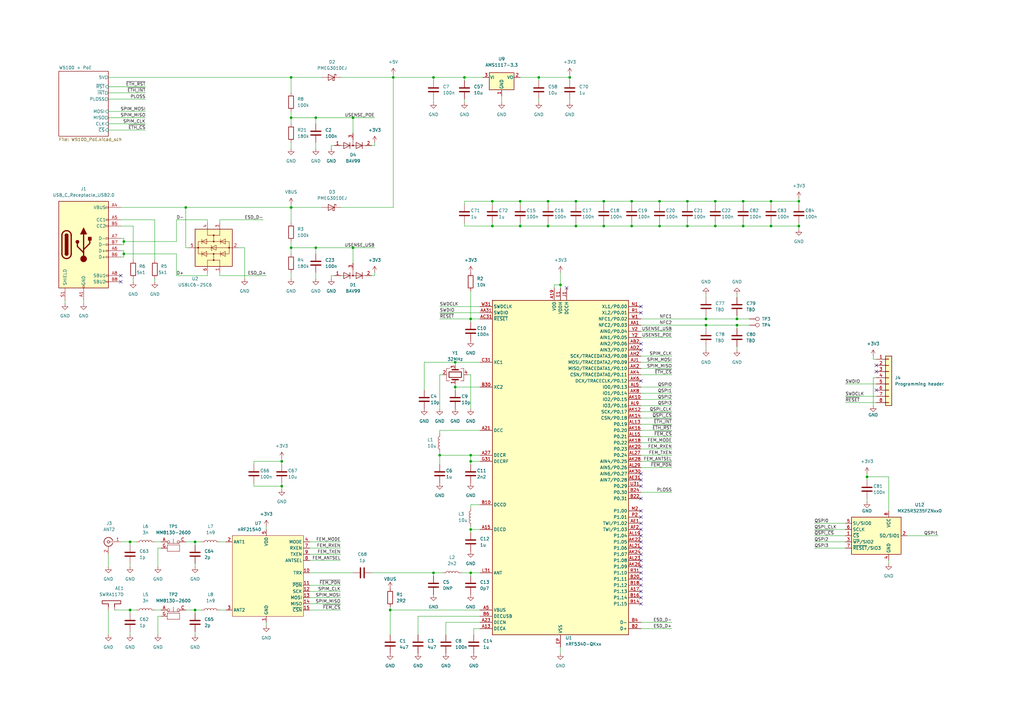
<source format=kicad_sch>
(kicad_sch (version 20211123) (generator eeschema)
  (paper "A3")
  (junction (at 327.66 92.71))
  (junction (at 193.04 234.95))
  (junction (at 53.34 250.19))
  (junction (at 213.36 92.71))
  (junction (at 177.8 31.75))
  (junction (at 119.38 85.09))
  (junction (at 236.22 92.71))
  (junction (at 270.51 82.55))
  (junction (at 50.8 99.06))
  (junction (at 80.01 222.25))
  (junction (at 115.57 189.23))
  (junction (at 193.04 130.81))
  (junction (at 304.8 82.55))
  (junction (at 236.22 82.55))
  (junction (at 53.34 222.25))
  (junction (at 327.66 82.55))
  (junction (at 224.79 92.71))
  (junction (at 50.8 104.14))
  (junction (at 233.68 31.75))
  (junction (at 193.04 217.17))
  (junction (at 259.08 82.55))
  (junction (at 160.02 250.19))
  (junction (at 144.78 101.6))
  (junction (at 129.54 101.6))
  (junction (at 76.2 85.09))
  (junction (at 281.94 82.55))
  (junction (at 144.78 48.26))
  (junction (at 119.38 31.75))
  (junction (at 247.65 82.55))
  (junction (at 302.26 133.35))
  (junction (at 220.98 31.75))
  (junction (at 186.69 148.59))
  (junction (at 193.04 189.23))
  (junction (at 119.38 48.26))
  (junction (at 247.65 92.71))
  (junction (at 259.08 92.71))
  (junction (at 115.57 199.39))
  (junction (at 186.69 158.75))
  (junction (at 302.26 130.81))
  (junction (at 289.56 130.81))
  (junction (at 316.23 82.55))
  (junction (at 355.6 195.58))
  (junction (at 180.34 186.69))
  (junction (at 293.37 82.55))
  (junction (at 80.01 250.19))
  (junction (at 229.87 116.84))
  (junction (at 201.93 82.55))
  (junction (at 213.36 82.55))
  (junction (at 119.38 101.6))
  (junction (at 316.23 92.71))
  (junction (at 190.5 31.75))
  (junction (at 129.54 48.26))
  (junction (at 224.79 82.55))
  (junction (at 304.8 92.71))
  (junction (at 161.29 31.75))
  (junction (at 270.51 92.71))
  (junction (at 289.56 133.35))
  (junction (at 201.93 92.71))
  (junction (at 281.94 92.71))
  (junction (at 293.37 92.71))
  (junction (at 177.8 234.95))
  (junction (at 193.04 186.69))
  (no_connect (at 262.89 227.33))
  (no_connect (at 262.89 199.39))
  (no_connect (at 262.89 245.11))
  (no_connect (at 262.89 212.09))
  (no_connect (at 49.53 113.03))
  (no_connect (at 262.89 194.31))
  (no_connect (at 359.41 160.02))
  (no_connect (at 262.89 128.27))
  (no_connect (at 262.89 156.21))
  (no_connect (at 49.53 115.57))
  (no_connect (at 262.89 214.63))
  (no_connect (at 262.89 217.17))
  (no_connect (at 232.41 118.11))
  (no_connect (at 262.89 125.73))
  (no_connect (at 262.89 229.87))
  (no_connect (at 262.89 196.85))
  (no_connect (at 262.89 237.49))
  (no_connect (at 359.41 152.4))
  (no_connect (at 262.89 204.47))
  (no_connect (at 262.89 224.79))
  (no_connect (at 262.89 232.41))
  (no_connect (at 262.89 234.95))
  (no_connect (at 262.89 247.65))
  (no_connect (at 262.89 209.55))
  (no_connect (at 262.89 222.25))
  (no_connect (at 359.41 149.86))
  (no_connect (at 262.89 143.51))
  (no_connect (at 262.89 219.71))
  (no_connect (at 262.89 242.57))
  (no_connect (at 262.89 240.03))
  (no_connect (at 262.89 140.97))
  (wire (pts (xy 59.69 48.26) (xy 44.45 48.26)))
  (wire (pts (xy 59.69 45.72) (xy 44.45 45.72)))
  (wire (pts (xy 127 247.65) (xy 139.7 247.65)))
  (wire (pts (xy 49.53 105.41) (xy 50.8 105.41)))
  (wire (pts (xy 50.8 104.14) (xy 50.8 105.41)))
  (wire (pts (xy 262.89 176.53) (xy 275.59 176.53)))
  (wire (pts (xy 302.26 133.35) (xy 307.34 133.35)))
  (wire (pts (xy 76.2 101.6) (xy 76.2 85.09)))
  (wire (pts (xy 259.08 82.55) (xy 259.08 83.82)))
  (wire (pts (xy 49.53 222.25) (xy 53.34 222.25)))
  (wire (pts (xy 262.89 181.61) (xy 275.59 181.61)))
  (wire (pts (xy 190.5 31.75) (xy 198.12 31.75)))
  (wire (pts (xy 119.38 111.76) (xy 119.38 114.3)))
  (wire (pts (xy 50.8 102.87) (xy 50.8 104.14)))
  (wire (pts (xy 201.93 92.71) (xy 213.36 92.71)))
  (wire (pts (xy 346.71 165.1) (xy 359.41 165.1)))
  (wire (pts (xy 53.34 231.14) (xy 53.34 232.41)))
  (wire (pts (xy 72.39 99.06) (xy 50.8 99.06)))
  (wire (pts (xy 152.4 234.95) (xy 177.8 234.95)))
  (wire (pts (xy 293.37 92.71) (xy 293.37 91.44)))
  (wire (pts (xy 173.99 148.59) (xy 186.69 148.59)))
  (wire (pts (xy 334.01 224.79) (xy 346.71 224.79)))
  (wire (pts (xy 193.04 234.95) (xy 196.85 234.95)))
  (wire (pts (xy 262.89 186.69) (xy 275.59 186.69)))
  (wire (pts (xy 180.34 125.73) (xy 196.85 125.73)))
  (wire (pts (xy 355.6 204.47) (xy 355.6 205.74)))
  (wire (pts (xy 355.6 194.31) (xy 355.6 195.58)))
  (wire (pts (xy 90.17 91.44) (xy 90.17 90.17)))
  (wire (pts (xy 281.94 82.55) (xy 281.94 83.82)))
  (wire (pts (xy 259.08 92.71) (xy 270.51 92.71)))
  (wire (pts (xy 364.49 195.58) (xy 364.49 209.55)))
  (wire (pts (xy 26.67 123.19) (xy 26.67 124.46)))
  (wire (pts (xy 359.41 154.94) (xy 358.14 154.94)))
  (wire (pts (xy 359.41 147.32) (xy 358.14 147.32)))
  (wire (pts (xy 190.5 82.55) (xy 201.93 82.55)))
  (wire (pts (xy 220.98 31.75) (xy 233.68 31.75)))
  (wire (pts (xy 119.38 31.75) (xy 44.45 31.75)))
  (wire (pts (xy 129.54 104.14) (xy 129.54 101.6)))
  (wire (pts (xy 160.02 248.92) (xy 160.02 250.19)))
  (wire (pts (xy 358.14 147.32) (xy 358.14 146.05)))
  (wire (pts (xy 302.26 130.81) (xy 307.34 130.81)))
  (wire (pts (xy 334.01 214.63) (xy 346.71 214.63)))
  (wire (pts (xy 316.23 91.44) (xy 316.23 92.71)))
  (wire (pts (xy 193.04 189.23) (xy 196.85 189.23)))
  (wire (pts (xy 227.33 116.84) (xy 229.87 116.84)))
  (wire (pts (xy 153.67 101.6) (xy 144.78 101.6)))
  (wire (pts (xy 262.89 130.81) (xy 289.56 130.81)))
  (wire (pts (xy 346.71 162.56) (xy 359.41 162.56)))
  (wire (pts (xy 236.22 92.71) (xy 247.65 92.71)))
  (wire (pts (xy 316.23 92.71) (xy 304.8 92.71)))
  (wire (pts (xy 193.04 217.17) (xy 193.04 218.44)))
  (wire (pts (xy 80.01 250.19) (xy 80.01 251.46)))
  (wire (pts (xy 153.67 58.42) (xy 153.67 59.69)))
  (wire (pts (xy 127 224.79) (xy 139.7 224.79)))
  (wire (pts (xy 262.89 148.59) (xy 275.59 148.59)))
  (wire (pts (xy 190.5 92.71) (xy 201.93 92.71)))
  (wire (pts (xy 293.37 82.55) (xy 304.8 82.55)))
  (wire (pts (xy 275.59 158.75) (xy 262.89 158.75)))
  (wire (pts (xy 104.14 189.23) (xy 104.14 190.5)))
  (wire (pts (xy 193.04 186.69) (xy 193.04 189.23)))
  (wire (pts (xy 196.85 186.69) (xy 193.04 186.69)))
  (wire (pts (xy 233.68 33.02) (xy 233.68 31.75)))
  (wire (pts (xy 129.54 111.76) (xy 129.54 114.3)))
  (wire (pts (xy 355.6 195.58) (xy 364.49 195.58)))
  (wire (pts (xy 54.61 92.71) (xy 49.53 92.71)))
  (wire (pts (xy 119.38 58.42) (xy 119.38 60.96)))
  (wire (pts (xy 161.29 31.75) (xy 161.29 85.09)))
  (wire (pts (xy 262.89 173.99) (xy 275.59 173.99)))
  (wire (pts (xy 115.57 199.39) (xy 115.57 198.12)))
  (wire (pts (xy 127 245.11) (xy 139.7 245.11)))
  (wire (pts (xy 119.38 99.06) (xy 119.38 101.6)))
  (wire (pts (xy 205.74 39.37) (xy 205.74 41.91)))
  (wire (pts (xy 293.37 82.55) (xy 293.37 83.82)))
  (wire (pts (xy 193.04 215.9) (xy 193.04 217.17)))
  (wire (pts (xy 119.38 101.6) (xy 129.54 101.6)))
  (wire (pts (xy 190.5 40.64) (xy 190.5 41.91)))
  (wire (pts (xy 327.66 92.71) (xy 327.66 93.98)))
  (wire (pts (xy 227.33 116.84) (xy 227.33 118.11)))
  (wire (pts (xy 53.34 250.19) (xy 55.88 250.19)))
  (wire (pts (xy 63.5 222.25) (xy 66.04 222.25)))
  (wire (pts (xy 275.59 166.37) (xy 262.89 166.37)))
  (wire (pts (xy 171.45 252.73) (xy 171.45 260.35)))
  (wire (pts (xy 304.8 83.82) (xy 304.8 82.55)))
  (wire (pts (xy 229.87 265.43) (xy 229.87 267.97)))
  (wire (pts (xy 127 229.87) (xy 139.7 229.87)))
  (wire (pts (xy 129.54 48.26) (xy 144.78 48.26)))
  (wire (pts (xy 289.56 129.54) (xy 289.56 130.81)))
  (wire (pts (xy 334.01 217.17) (xy 346.71 217.17)))
  (wire (pts (xy 327.66 81.28) (xy 327.66 82.55)))
  (wire (pts (xy 346.71 157.48) (xy 359.41 157.48)))
  (wire (pts (xy 190.5 82.55) (xy 190.5 83.82)))
  (wire (pts (xy 262.89 257.81) (xy 275.59 257.81)))
  (wire (pts (xy 59.69 53.34) (xy 44.45 53.34)))
  (wire (pts (xy 229.87 116.84) (xy 229.87 118.11)))
  (wire (pts (xy 327.66 82.55) (xy 327.66 83.82)))
  (wire (pts (xy 270.51 82.55) (xy 281.94 82.55)))
  (wire (pts (xy 132.08 31.75) (xy 119.38 31.75)))
  (wire (pts (xy 189.23 234.95) (xy 193.04 234.95)))
  (wire (pts (xy 193.04 132.08) (xy 193.04 130.81)))
  (wire (pts (xy 275.59 171.45) (xy 262.89 171.45)))
  (wire (pts (xy 153.67 48.26) (xy 144.78 48.26)))
  (wire (pts (xy 364.49 229.87) (xy 364.49 231.14)))
  (wire (pts (xy 119.38 48.26) (xy 129.54 48.26)))
  (wire (pts (xy 259.08 91.44) (xy 259.08 92.71)))
  (wire (pts (xy 247.65 91.44) (xy 247.65 92.71)))
  (wire (pts (xy 127 250.19) (xy 139.7 250.19)))
  (wire (pts (xy 275.59 163.83) (xy 262.89 163.83)))
  (wire (pts (xy 193.04 119.38) (xy 193.04 130.81)))
  (wire (pts (xy 281.94 82.55) (xy 293.37 82.55)))
  (wire (pts (xy 161.29 30.48) (xy 161.29 31.75)))
  (wire (pts (xy 262.89 161.29) (xy 275.59 161.29)))
  (wire (pts (xy 224.79 92.71) (xy 236.22 92.71)))
  (wire (pts (xy 115.57 199.39) (xy 115.57 200.66)))
  (wire (pts (xy 190.5 31.75) (xy 190.5 33.02)))
  (wire (pts (xy 236.22 82.55) (xy 236.22 83.82)))
  (wire (pts (xy 262.89 146.05) (xy 275.59 146.05)))
  (wire (pts (xy 80.01 259.08) (xy 80.01 260.35)))
  (wire (pts (xy 34.29 123.19) (xy 34.29 124.46)))
  (wire (pts (xy 262.89 138.43) (xy 275.59 138.43)))
  (wire (pts (xy 196.85 250.19) (xy 160.02 250.19)))
  (wire (pts (xy 181.61 234.95) (xy 177.8 234.95)))
  (wire (pts (xy 181.61 153.67) (xy 180.34 153.67)))
  (wire (pts (xy 262.89 151.13) (xy 275.59 151.13)))
  (wire (pts (xy 144.78 101.6) (xy 144.78 107.95)))
  (wire (pts (xy 127 240.03) (xy 139.7 240.03)))
  (wire (pts (xy 85.09 90.17) (xy 85.09 91.44)))
  (wire (pts (xy 72.39 104.14) (xy 72.39 113.03)))
  (wire (pts (xy 236.22 82.55) (xy 247.65 82.55)))
  (wire (pts (xy 289.56 142.24) (xy 289.56 143.51)))
  (wire (pts (xy 190.5 91.44) (xy 190.5 92.71)))
  (wire (pts (xy 224.79 82.55) (xy 236.22 82.55)))
  (wire (pts (xy 76.2 250.19) (xy 80.01 250.19)))
  (wire (pts (xy 193.04 207.01) (xy 193.04 208.28)))
  (wire (pts (xy 63.5 250.19) (xy 66.04 250.19)))
  (wire (pts (xy 186.69 158.75) (xy 196.85 158.75)))
  (wire (pts (xy 196.85 252.73) (xy 171.45 252.73)))
  (wire (pts (xy 80.01 231.14) (xy 80.01 232.41)))
  (wire (pts (xy 201.93 82.55) (xy 201.93 83.82)))
  (wire (pts (xy 153.67 59.69) (xy 152.4 59.69)))
  (wire (pts (xy 173.99 160.02) (xy 173.99 148.59)))
  (wire (pts (xy 50.8 100.33) (xy 50.8 99.06)))
  (wire (pts (xy 153.67 113.03) (xy 152.4 113.03)))
  (wire (pts (xy 139.7 85.09) (xy 161.29 85.09)))
  (wire (pts (xy 262.89 184.15) (xy 275.59 184.15)))
  (wire (pts (xy 233.68 30.48) (xy 233.68 31.75)))
  (wire (pts (xy 72.39 104.14) (xy 50.8 104.14)))
  (wire (pts (xy 196.85 217.17) (xy 193.04 217.17)))
  (wire (pts (xy 302.26 134.62) (xy 302.26 133.35)))
  (wire (pts (xy 153.67 111.76) (xy 153.67 113.03)))
  (wire (pts (xy 275.59 168.91) (xy 262.89 168.91)))
  (wire (pts (xy 196.85 176.53) (xy 180.34 176.53)))
  (wire (pts (xy 289.56 120.65) (xy 289.56 121.92)))
  (wire (pts (xy 64.77 232.41) (xy 64.77 224.79)))
  (wire (pts (xy 85.09 113.03) (xy 85.09 111.76)))
  (wire (pts (xy 281.94 91.44) (xy 281.94 92.71)))
  (wire (pts (xy 90.17 222.25) (xy 92.71 222.25)))
  (wire (pts (xy 109.22 215.9) (xy 109.22 217.17)))
  (wire (pts (xy 59.69 35.56) (xy 44.45 35.56)))
  (wire (pts (xy 137.16 113.03) (xy 135.89 113.03)))
  (wire (pts (xy 177.8 40.64) (xy 177.8 41.91)))
  (wire (pts (xy 119.38 45.72) (xy 119.38 48.26)))
  (wire (pts (xy 302.26 120.65) (xy 302.26 121.92)))
  (wire (pts (xy 76.2 85.09) (xy 49.53 85.09)))
  (wire (pts (xy 53.34 251.46) (xy 53.34 250.19)))
  (wire (pts (xy 262.89 133.35) (xy 289.56 133.35)))
  (wire (pts (xy 304.8 92.71) (xy 293.37 92.71)))
  (wire (pts (xy 177.8 33.02) (xy 177.8 31.75)))
  (wire (pts (xy 63.5 114.3) (xy 63.5 115.57)))
  (wire (pts (xy 127 242.57) (xy 139.7 242.57)))
  (wire (pts (xy 54.61 106.68) (xy 54.61 92.71)))
  (wire (pts (xy 63.5 90.17) (xy 49.53 90.17)))
  (wire (pts (xy 186.69 158.75) (xy 186.69 160.02)))
  (wire (pts (xy 59.69 40.64) (xy 44.45 40.64)))
  (wire (pts (xy 180.34 153.67) (xy 180.34 167.64)))
  (wire (pts (xy 107.95 90.17) (xy 90.17 90.17)))
  (wire (pts (xy 119.38 48.26) (xy 119.38 50.8)))
  (wire (pts (xy 53.34 222.25) (xy 55.88 222.25)))
  (wire (pts (xy 50.8 99.06) (xy 50.8 97.79)))
  (wire (pts (xy 77.47 101.6) (xy 76.2 101.6)))
  (wire (pts (xy 191.77 153.67) (xy 193.04 153.67)))
  (wire (pts (xy 54.61 114.3) (xy 54.61 115.57)))
  (wire (pts (xy 129.54 50.8) (xy 129.54 48.26)))
  (wire (pts (xy 262.89 135.89) (xy 275.59 135.89)))
  (wire (pts (xy 262.89 189.23) (xy 275.59 189.23)))
  (wire (pts (xy 193.04 153.67) (xy 193.04 167.64)))
  (wire (pts (xy 59.69 38.1) (xy 44.45 38.1)))
  (wire (pts (xy 304.8 91.44) (xy 304.8 92.71)))
  (wire (pts (xy 132.08 85.09) (xy 119.38 85.09)))
  (wire (pts (xy 53.34 223.52) (xy 53.34 222.25)))
  (wire (pts (xy 90.17 111.76) (xy 90.17 113.03)))
  (wire (pts (xy 193.04 189.23) (xy 193.04 190.5)))
  (wire (pts (xy 104.14 189.23) (xy 115.57 189.23)))
  (wire (pts (xy 64.77 260.35) (xy 64.77 252.73)))
  (wire (pts (xy 72.39 113.03) (xy 85.09 113.03)))
  (wire (pts (xy 160.02 250.19) (xy 160.02 260.35)))
  (wire (pts (xy 59.69 50.8) (xy 44.45 50.8)))
  (wire (pts (xy 262.89 179.07) (xy 275.59 179.07)))
  (wire (pts (xy 80.01 222.25) (xy 80.01 223.52)))
  (wire (pts (xy 213.36 91.44) (xy 213.36 92.71)))
  (wire (pts (xy 104.14 199.39) (xy 115.57 199.39)))
  (wire (pts (xy 289.56 134.62) (xy 289.56 133.35)))
  (wire (pts (xy 193.04 130.81) (xy 196.85 130.81)))
  (wire (pts (xy 302.26 129.54) (xy 302.26 130.81)))
  (wire (pts (xy 180.34 176.53) (xy 180.34 177.8)))
  (wire (pts (xy 233.68 40.64) (xy 233.68 41.91)))
  (wire (pts (xy 247.65 92.71) (xy 259.08 92.71)))
  (wire (pts (xy 80.01 250.19) (xy 82.55 250.19)))
  (wire (pts (xy 270.51 92.71) (xy 281.94 92.71)))
  (wire (pts (xy 186.69 148.59) (xy 196.85 148.59)))
  (wire (pts (xy 46.99 250.19) (xy 53.34 250.19)))
  (wire (pts (xy 213.36 82.55) (xy 224.79 82.55)))
  (wire (pts (xy 180.34 186.69) (xy 180.34 185.42)))
  (wire (pts (xy 180.34 186.69) (xy 180.34 190.5)))
  (wire (pts (xy 127 222.25) (xy 139.7 222.25)))
  (wire (pts (xy 334.01 222.25) (xy 346.71 222.25)))
  (wire (pts (xy 72.39 99.06) (xy 72.39 90.17)))
  (wire (pts (xy 129.54 101.6) (xy 144.78 101.6)))
  (wire (pts (xy 44.45 250.19) (xy 44.45 260.35)))
  (wire (pts (xy 262.89 255.27) (xy 275.59 255.27)))
  (wire (pts (xy 213.36 31.75) (xy 220.98 31.75)))
  (wire (pts (xy 327.66 92.71) (xy 316.23 92.71)))
  (wire (pts (xy 302.26 142.24) (xy 302.26 143.51)))
  (wire (pts (xy 76.2 222.25) (xy 80.01 222.25)))
  (wire (pts (xy 334.01 219.71) (xy 346.71 219.71)))
  (wire (pts (xy 194.31 257.81) (xy 196.85 257.81)))
  (wire (pts (xy 177.8 234.95) (xy 177.8 236.22)))
  (wire (pts (xy 358.14 154.94) (xy 358.14 166.37)))
  (wire (pts (xy 196.85 207.01) (xy 193.04 207.01)))
  (wire (pts (xy 289.56 133.35) (xy 302.26 133.35)))
  (wire (pts (xy 186.69 157.48) (xy 186.69 158.75)))
  (wire (pts (xy 100.33 101.6) (xy 100.33 114.3)))
  (wire (pts (xy 72.39 90.17) (xy 85.09 90.17)))
  (wire (pts (xy 194.31 260.35) (xy 194.31 257.81)))
  (wire (pts (xy 64.77 252.73) (xy 66.04 252.73)))
  (wire (pts (xy 53.34 259.08) (xy 53.34 260.35)))
  (wire (pts (xy 262.89 201.93) (xy 275.59 201.93)))
  (wire (pts (xy 355.6 195.58) (xy 355.6 196.85)))
  (wire (pts (xy 115.57 187.96) (xy 115.57 189.23)))
  (wire (pts (xy 270.51 91.44) (xy 270.51 92.71)))
  (wire (pts (xy 180.34 130.81) (xy 193.04 130.81)))
  (wire (pts (xy 213.36 83.82) (xy 213.36 82.55)))
  (wire (pts (xy 220.98 31.75) (xy 220.98 33.02)))
  (wire (pts (xy 289.56 130.81) (xy 302.26 130.81)))
  (wire (pts (xy 262.89 191.77) (xy 275.59 191.77)))
  (wire (pts (xy 180.34 186.69) (xy 193.04 186.69)))
  (wire (pts (xy 49.53 102.87) (xy 50.8 102.87)))
  (wire (pts (xy 144.78 48.26) (xy 144.78 54.61)))
  (wire (pts (xy 80.01 222.25) (xy 82.55 222.25)))
  (wire (pts (xy 63.5 106.68) (xy 63.5 90.17)))
  (wire (pts (xy 135.89 113.03) (xy 135.89 114.3)))
  (wire (pts (xy 236.22 91.44) (xy 236.22 92.71)))
  (wire (pts (xy 213.36 92.71) (xy 224.79 92.71)))
  (wire (pts (xy 201.93 82.55) (xy 213.36 82.55)))
  (wire (pts (xy 119.38 101.6) (xy 119.38 104.14)))
  (wire (pts (xy 182.88 255.27) (xy 182.88 260.35)))
  (wire (pts (xy 247.65 82.55) (xy 247.65 83.82)))
  (wire (pts (xy 224.79 91.44) (xy 224.79 92.71)))
  (wire (pts (xy 109.22 113.03) (xy 90.17 113.03)))
  (wire (pts (xy 119.38 85.09) (xy 76.2 85.09)))
  (wire (pts (xy 224.79 82.55) (xy 224.79 83.82)))
  (wire (pts (xy 196.85 255.27) (xy 182.88 255.27)))
  (wire (pts (xy 180.34 128.27) (xy 196.85 128.27)))
  (wire (pts (xy 104.14 198.12) (xy 104.14 199.39)))
  (wire (pts (xy 161.29 31.75) (xy 177.8 31.75)))
  (wire (pts (xy 119.38 85.09) (xy 119.38 91.44)))
  (wire (pts (xy 127 227.33) (xy 139.7 227.33)))
  (wire (pts (xy 186.69 148.59) (xy 186.69 149.86)))
  (wire (pts (xy 139.7 31.75) (xy 161.29 31.75)))
  (wire (pts (xy 327.66 82.55) (xy 316.23 82.55)))
  (wire (pts (xy 247.65 82.55) (xy 259.08 82.55)))
  (wire (pts (xy 129.54 58.42) (xy 129.54 60.96)))
  (wire (pts (xy 201.93 91.44) (xy 201.93 92.71)))
  (wire (pts (xy 119.38 31.75) (xy 119.38 38.1)))
  (wire (pts (xy 177.8 31.75) (xy 190.5 31.75)))
  (wire (pts (xy 97.79 101.6) (xy 100.33 101.6)))
  (wire (pts (xy 229.87 111.76) (xy 229.87 116.84)))
  (wire (pts (xy 270.51 82.55) (xy 270.51 83.82)))
  (wire (pts (xy 327.66 91.44) (xy 327.66 92.71)))
  (wire (pts (xy 44.45 227.33) (xy 44.45 232.41)))
  (wire (pts (xy 109.22 255.27) (xy 109.22 256.54)))
  (wire (pts (xy 49.53 100.33) (xy 50.8 100.33)))
  (wire (pts (xy 135.89 59.69) (xy 135.89 60.96)))
  (wire (pts (xy 220.98 40.64) (xy 220.98 41.91)))
  (wire (pts (xy 127 234.95) (xy 144.78 234.95)))
  (wire (pts (xy 262.89 153.67) (xy 275.59 153.67)))
  (wire (pts (xy 259.08 82.55) (xy 270.51 82.55)))
  (wire (pts (xy 193.04 234.95) (xy 193.04 236.22)))
  (wire (pts (xy 115.57 189.23) (xy 115.57 190.5)))
  (wire (pts (xy 90.17 250.19) (xy 92.71 250.19)))
  (wire (pts (xy 281.94 92.71) (xy 293.37 92.71)))
  (wire (pts (xy 372.11 219.71) (xy 384.81 219.71)))
  (wire (pts (xy 316.23 82.55) (xy 304.8 82.55)))
  (wire (pts (xy 137.16 59.69) (xy 135.89 59.69)))
  (wire (pts (xy 119.38 83.82) (xy 119.38 85.09)))
  (wire (pts (xy 50.8 97.79) (xy 49.53 97.79)))
  (wire (pts (xy 316.23 82.55) (xy 316.23 83.82)))
  (wire (pts (xy 64.77 224.79) (xy 66.04 224.79)))
  (label "~{FEM_CS}" (at 139.7 250.19 180))
  (label "~{ETH_CS}" (at 275.59 153.67 180))
  (label "FEM_ANTSEL" (at 139.7 229.87 180))
  (label "FEM_ANTSEL" (at 275.59 189.23 180))
  (label "SPIM_CLK" (at 275.59 146.05 180))
  (label "~{ETH_INT}" (at 275.59 173.99 180))
  (label "~{RESET}" (at 180.34 130.81 0))
  (label "FEM_TXEN" (at 275.59 186.69 180))
  (label "~{FEM_PDN}" (at 139.7 240.03 180))
  (label "~{ETH_RST}" (at 59.69 35.56 180))
  (label "PLOSS" (at 59.69 40.64 180))
  (label "~{QSPI_CS}" (at 275.59 171.45 180))
  (label "SPIM_MOSI" (at 59.69 45.72 180))
  (label "ESD_D-" (at 275.59 255.27 180))
  (label "FEM_RXEN" (at 139.7 224.79 180))
  (label "NFC2" (at 275.59 133.35 180))
  (label "SPIM_CLK" (at 139.7 242.57 180))
  (label "ESD_D+" (at 109.22 113.03 180))
  (label "QSPI1" (at 275.59 161.29 180))
  (label "QSPI2" (at 334.01 222.25 0))
  (label "QSPI1" (at 384.81 219.71 180))
  (label "D-" (at 72.39 90.17 0))
  (label "~{RESET}" (at 346.71 165.1 0))
  (label "~{ETH_CS}" (at 59.69 53.34 180))
  (label "~{ETH_INT}" (at 59.69 38.1 180))
  (label "SPIM_MOSI" (at 275.59 148.59 180))
  (label "FEM_MODE" (at 139.7 222.25 180))
  (label "USENSE_USB" (at 153.67 101.6 180))
  (label "SWDCLK" (at 180.34 125.73 0))
  (label "SPIM_MISO" (at 139.7 247.65 180))
  (label "USENSE_POE" (at 153.67 48.26 180))
  (label "USENSE_POE" (at 275.59 138.43 180))
  (label "FEM_MODE" (at 275.59 181.61 180))
  (label "QSPI3" (at 275.59 166.37 180))
  (label "~{FEM_PDN}" (at 275.59 191.77 180))
  (label "SPIM_MISO" (at 275.59 151.13 180))
  (label "NFC1" (at 275.59 130.81 180))
  (label "QSPI0" (at 275.59 158.75 180))
  (label "ESD_D-" (at 107.95 90.17 180))
  (label "~{QSPI_CS}" (at 334.01 219.71 0))
  (label "D+" (at 72.39 113.03 0))
  (label "SPIM_MOSI" (at 139.7 245.11 180))
  (label "SWDCLK" (at 346.71 162.56 0))
  (label "~{FEM_CS}" (at 275.59 179.07 180))
  (label "FEM_TXEN" (at 139.7 227.33 180))
  (label "PLOSS" (at 275.59 201.93 180))
  (label "USENSE_USB" (at 275.59 135.89 180))
  (label "SPIM_MISO" (at 59.69 48.26 180))
  (label "QSPI0" (at 334.01 214.63 0))
  (label "~{ETH_RST}" (at 275.59 176.53 180))
  (label "QSPI_CLK" (at 334.01 217.17 0))
  (label "FEM_RXEN" (at 275.59 184.15 180))
  (label "SPIM_CLK" (at 59.69 50.8 180))
  (label "SWDIO" (at 180.34 128.27 0))
  (label "QSPI_CLK" (at 275.59 168.91 180))
  (label "QSPI2" (at 275.59 163.83 180))
  (label "QSPI3" (at 334.01 224.79 0))
  (label "SWDIO" (at 346.71 157.48 0))
  (label "ESD_D+" (at 275.59 257.81 180))
  (symbol (lib_id "power:GND") (at 173.99 167.64 0) (unit 1)
    (property "Reference" "#PWR04" (effects hide))
    (property "Value" "GND" (at 173.99 172.72 0))
  )
  (symbol (lib_id "Diode:PMEG3010EJ") (at 135.89 85.09 0) (mirror y) (unit 1)
    (property "Reference" "D3" (at 136.2075 78.74 0))
    (property "Value" "PMEG3010EJ" (at 136.2075 81.28 0))
    (property "Footprint" "Diode_SMD:D_SOD-323F" (effects hide))
    (property "Datasheet" "https://assets.nexperia.com/documents/data-sheet/PMEG3010EH_EJ_ET.pdf" (effects hide))
  )
  (symbol (lib_id "power:GND") (at 177.8 41.91 0) (unit 1)
    (property "Reference" "#PWR0120" (effects hide))
    (property "Value" "GND" (at 177.8 46.99 0))
  )
  (symbol (lib_id "power:GND") (at 129.54 60.96 0) (unit 1)
    (property "Reference" "#PWR0112" (effects hide))
    (property "Value" "GND" (at 129.54 66.04 0))
  )
  (symbol (lib_id "Connector_Generic:Conn_01x08") (at 364.49 154.94 0) (unit 1)
    (property "Reference" "J4" (at 367.03 154.9399 0) (effects (justify left)))
    (property "Value" "Programming header" (at 367.03 157.4799 0) (effects (justify left)))
    (property "Footprint" "soicbite:SOIC_clipProgSmall" (effects hide))
  )
  (symbol (lib_id "Device:C") (at 213.36 87.63 0) (unit 1)
    (property "Reference" "C15" (at 215.9 86.36 0) (effects (justify left)))
    (property "Value" "100n" (at 215.9 88.9 0) (effects (justify left)))
    (property "Footprint" "Capacitor_SMD:C_0402_1005Metric" (effects hide))
  )
  (symbol (lib_id "power:+3V3") (at 229.87 111.76 0) (unit 1)
    (property "Reference" "#PWR019" (effects hide))
    (property "Value" "+3V3" (at 229.87 106.68 0))
  )
  (symbol (lib_id "power:GND") (at 26.67 124.46 0) (unit 1)
    (property "Reference" "#PWR034" (effects hide))
    (property "Value" "GND" (at 26.67 129.54 0))
  )
  (symbol (lib_id "power:GND") (at 190.5 41.91 0) (unit 1)
    (property "Reference" "#PWR0121" (effects hide))
    (property "Value" "GND" (at 190.5 46.99 0))
  )
  (symbol (lib_id "Regulator_Linear:AMS1117-3.3") (at 205.74 31.75 0) (unit 1)
    (property "Reference" "U9" (at 205.74 24.13 0))
    (property "Value" "AMS1117-3.3" (at 205.74 26.67 0))
    (property "Footprint" "Package_TO_SOT_SMD:SOT-223-3_TabPin2" (effects hide))
    (property "Datasheet" "http://www.advanced-monolithic.com/pdf/ds1117.pdf" (effects hide))
  )
  (symbol (lib_id "nordic:nRF21540") (at 109.22 228.6 0) (mirror y) (unit 1)
    (property "Reference" "U7" (at 107.2006 214.63 0) (effects (justify left)))
    (property "Value" "nRF21540" (at 107.2006 217.17 0) (effects (justify left)))
    (property "Footprint" "Package_DFN_QFN:QFN-16-1EP_4x4mm_P0.65mm_EP2.7x2.7mm_ThermalVias" (effects hide))
  )
  (symbol (lib_id "Device:R") (at 119.38 95.25 0) (unit 1)
    (property "Reference" "R3" (at 121.92 93.9799 0) (effects (justify left)))
    (property "Value" "100k" (at 121.92 96.5199 0) (effects (justify left)))
    (property "Footprint" "Resistor_SMD:R_0402_1005Metric" (effects hide))
  )
  (symbol (lib_id "Device:C") (at 302.26 138.43 0) (unit 1)
    (property "Reference" "C80" (at 306.07 137.1599 0) (effects (justify left)))
    (property "Value" "TBD" (at 306.07 139.6999 0) (effects (justify left)))
    (property "Footprint" "Capacitor_SMD:C_0402_1005Metric" (effects hide))
  )
  (symbol (lib_id "Device:C") (at 129.54 54.61 0) (unit 1)
    (property "Reference" "C2" (at 133.35 53.3399 0) (effects (justify left)))
    (property "Value" "100n" (at 133.35 55.8799 0) (effects (justify left)))
    (property "Footprint" "Capacitor_SMD:C_0402_1005Metric" (effects hide))
  )
  (symbol (lib_id "Memory_Flash:MX25R3235FZNxx0") (at 359.41 219.71 0) (unit 1)
    (property "Reference" "U12" (at 377.19 207.01 0))
    (property "Value" "MX25R3235FZNxx0" (at 377.19 209.55 0))
    (property "Footprint" "Package_SON:WSON-8-1EP_6x5mm_P1.27mm_EP3.4x4mm" (effects hide))
    (property "Datasheet" "http://www.macronix.com/Lists/Datasheet/Attachments/7534/MX25R3235F,%20Wide%20Range,%2032Mb,%20v1.6.pdf" (effects hide))
  )
  (symbol (lib_id "Device:C") (at 193.04 135.89 0) (unit 1)
    (property "Reference" "C10" (at 195.58 134.62 0) (effects (justify left)))
    (property "Value" "100n" (at 195.58 137.16 0) (effects (justify left)))
    (property "Footprint" "Capacitor_SMD:C_0402_1005Metric" (effects hide))
  )
  (symbol (lib_id "Device:C") (at 247.65 87.63 0) (unit 1)
    (property "Reference" "C18" (at 250.19 86.36 0) (effects (justify left)))
    (property "Value" "100n" (at 250.19 88.9 0) (effects (justify left)))
    (property "Footprint" "Capacitor_SMD:C_0402_1005Metric" (effects hide))
  )
  (symbol (lib_id "Device:R") (at 54.61 110.49 0) (unit 1)
    (property "Reference" "R6" (at 59.69 109.22 0) (effects (justify right)))
    (property "Value" "5k1" (at 59.69 111.76 0) (effects (justify right)))
    (property "Footprint" "Resistor_SMD:R_0402_1005Metric" (effects hide))
  )
  (symbol (lib_id "power:+3V3") (at 327.66 81.28 0) (unit 1)
    (property "Reference" "#PWR021" (effects hide))
    (property "Value" "+3V3" (at 327.66 76.2 0))
  )
  (symbol (lib_id "Device:C") (at 316.23 87.63 0) (unit 1)
    (property "Reference" "C83" (at 318.77 86.36 0) (effects (justify left)))
    (property "Value" "100n" (at 318.77 88.9 0) (effects (justify left)))
    (property "Footprint" "Capacitor_SMD:C_0402_1005Metric" (effects hide))
  )
  (symbol (lib_id "Device:C") (at 193.04 194.31 0) (unit 1)
    (property "Reference" "C11" (at 195.58 193.04 0) (effects (justify left)))
    (property "Value" "2n2" (at 195.58 195.58 0) (effects (justify left)))
    (property "Footprint" "Capacitor_SMD:C_0402_1005Metric" (effects hide))
  )
  (symbol (lib_id "Device:C") (at 270.51 87.63 0) (unit 1)
    (property "Reference" "C20" (at 273.05 86.36 0) (effects (justify left)))
    (property "Value" "100n" (at 273.05 88.9 0) (effects (justify left)))
    (property "Footprint" "Capacitor_SMD:C_0402_1005Metric" (effects hide))
  )
  (symbol (lib_id "Connector:USB_C_Receptacle_USB2.0") (at 34.29 100.33 0) (unit 1)
    (property "Reference" "J1" (at 34.29 77.47 0))
    (property "Value" "USB_C_Receptacle_USB2.0" (at 34.29 80.01 0))
    (property "Footprint" "Connector_USB:USB_C_Receptacle_XKB_U262-16XN-4BVC11" (effects hide))
    (property "Datasheet" "https://www.usb.org/sites/default/files/documents/usb_type-c.zip" (effects hide))
  )
  (symbol (lib_id "power:GND") (at 119.38 60.96 0) (unit 1)
    (property "Reference" "#PWR0140" (effects hide))
    (property "Value" "GND" (at 119.38 66.04 0))
  )
  (symbol (lib_id "power:GND") (at 54.61 115.57 0) (unit 1)
    (property "Reference" "#PWR032" (effects hide))
    (property "Value" "GND" (at 54.61 120.65 0))
  )
  (symbol (lib_id "Device:C") (at 293.37 87.63 0) (unit 1)
    (property "Reference" "C22" (at 295.91 86.36 0) (effects (justify left)))
    (property "Value" "100n" (at 295.91 88.9 0) (effects (justify left)))
    (property "Footprint" "Capacitor_SMD:C_0402_1005Metric" (effects hide))
  )
  (symbol (lib_id "Device:Antenna_Dipole") (at 46.99 245.11 0) (mirror y) (unit 1)
    (property "Reference" "AE1" (at 50.8 241.3 0) (effects (justify left)))
    (property "Value" "SWRA117D" (at 50.8 243.84 0) (effects (justify left)))
    (property "Footprint" "RF_Antenna:Texas_SWRA117D_2.4GHz_Right" (effects hide))
  )
  (symbol (lib_id "power:GND") (at 186.69 167.64 0) (unit 1)
    (property "Reference" "#PWR011" (effects hide))
    (property "Value" "GND" (at 186.69 172.72 0))
  )
  (symbol (lib_id "power:GND") (at 327.66 93.98 0) (unit 1)
    (property "Reference" "#PWR022" (effects hide))
    (property "Value" "GND" (at 327.66 99.06 0))
  )
  (symbol (lib_id "Device:L") (at 185.42 234.95 90) (unit 1)
    (property "Reference" "L2" (at 185.42 228.6 90))
    (property "Value" "2n2" (at 185.42 231.14 90))
    (property "Footprint" "Capacitor_SMD:C_0402_1005Metric" (effects hide))
  )
  (symbol (lib_id "Device:R") (at 119.38 54.61 0) (unit 1)
    (property "Reference" "R21" (at 121.92 53.3399 0) (effects (justify left)))
    (property "Value" "180k" (at 121.92 55.8799 0) (effects (justify left)))
    (property "Footprint" "Resistor_SMD:R_0402_1005Metric" (effects hide))
  )
  (symbol (lib_id "power:GND") (at 53.34 232.41 0) (mirror y) (unit 1)
    (property "Reference" "#PWR0105" (effects hide))
    (property "Value" "GND" (at 53.34 237.49 0))
  )
  (symbol (lib_id "Device:C") (at 289.56 138.43 0) (unit 1)
    (property "Reference" "C78" (at 293.37 137.1599 0) (effects (justify left)))
    (property "Value" "TBD" (at 293.37 139.6999 0) (effects (justify left)))
    (property "Footprint" "Capacitor_SMD:C_0402_1005Metric" (effects hide))
  )
  (symbol (lib_id "Device:C") (at 173.99 163.83 0) (unit 1)
    (property "Reference" "C4" (at 176.53 162.56 0) (effects (justify left)))
    (property "Value" "10p" (at 176.53 165.1 0) (effects (justify left)))
    (property "Footprint" "Capacitor_SMD:C_0402_1005Metric" (effects hide))
  )
  (symbol (lib_id "Device:C") (at 259.08 87.63 0) (unit 1)
    (property "Reference" "C19" (at 261.62 86.36 0) (effects (justify left)))
    (property "Value" "100n" (at 261.62 88.9 0) (effects (justify left)))
    (property "Footprint" "Capacitor_SMD:C_0402_1005Metric" (effects hide))
  )
  (symbol (lib_id "Device:R") (at 119.38 41.91 0) (unit 1)
    (property "Reference" "R8" (at 121.92 40.6399 0) (effects (justify left)))
    (property "Value" "100k" (at 121.92 43.1799 0) (effects (justify left)))
    (property "Footprint" "Resistor_SMD:R_0402_1005Metric" (effects hide))
  )
  (symbol (lib_id "power:GND") (at 220.98 41.91 0) (unit 1)
    (property "Reference" "#PWR0138" (effects hide))
    (property "Value" "GND" (at 220.98 46.99 0))
  )
  (symbol (lib_id "Device:C") (at 302.26 125.73 0) (unit 1)
    (property "Reference" "C79" (at 306.07 124.4599 0) (effects (justify left)))
    (property "Value" "TBD" (at 306.07 126.9999 0) (effects (justify left)))
    (property "Footprint" "Capacitor_SMD:C_0402_1005Metric" (effects hide))
  )
  (symbol (lib_id "Device:C") (at 148.59 234.95 90) (unit 1)
    (property "Reference" "C68" (at 148.59 227.33 90))
    (property "Value" "1p" (at 148.59 229.87 90))
    (property "Footprint" "Capacitor_SMD:C_0402_1005Metric" (effects hide))
  )
  (symbol (lib_id "power:GND") (at 180.34 167.64 0) (unit 1)
    (property "Reference" "#PWR06" (effects hide))
    (property "Value" "GND" (at 180.34 172.72 0))
  )
  (symbol (lib_id "Device:C") (at 53.34 255.27 0) (unit 1)
    (property "Reference" "C62" (at 57.15 253.9999 0) (effects (justify left)))
    (property "Value" "1p" (at 57.15 256.5399 0) (effects (justify left)))
    (property "Footprint" "Capacitor_SMD:C_0402_1005Metric" (effects hide))
  )
  (symbol (lib_id "power:+5V") (at 161.29 30.48 0) (unit 1)
    (property "Reference" "#PWR0133" (effects hide))
    (property "Value" "+5V" (at 161.29 25.4 0))
  )
  (symbol (lib_id "power:GND") (at 233.68 41.91 0) (unit 1)
    (property "Reference" "#PWR0139" (effects hide))
    (property "Value" "GND" (at 233.68 46.99 0))
  )
  (symbol (lib_id "power:GND") (at 44.45 260.35 0) (mirror y) (unit 1)
    (property "Reference" "#PWR0109" (effects hide))
    (property "Value" "GND" (at 44.45 265.43 0))
  )
  (symbol (lib_id "Device:R") (at 119.38 107.95 0) (unit 1)
    (property "Reference" "R4" (at 121.92 106.6799 0) (effects (justify left)))
    (property "Value" "180k" (at 121.92 109.2199 0) (effects (justify left)))
    (property "Footprint" "Resistor_SMD:R_0402_1005Metric" (effects hide))
  )
  (symbol (lib_id "Device:C") (at 177.8 240.03 0) (unit 1)
    (property "Reference" "C5" (at 181.61 238.7599 0) (effects (justify left)))
    (property "Value" "DNP" (at 181.61 241.2999 0) (effects (justify left)))
    (property "Footprint" "Capacitor_SMD:C_0402_1005Metric" (effects hide))
  )
  (symbol (lib_id "power:GND") (at 193.04 243.84 0) (unit 1)
    (property "Reference" "#PWR017" (effects hide))
    (property "Value" "GND" (at 193.04 248.92 0))
  )
  (symbol (lib_id "Device:C") (at 201.93 87.63 0) (unit 1)
    (property "Reference" "C72" (at 204.47 86.36 0) (effects (justify left)))
    (property "Value" "1u" (at 204.47 88.9 0) (effects (justify left)))
    (property "Footprint" "Capacitor_SMD:C_0603_1608Metric" (effects hide))
  )
  (symbol (lib_id "Connector:Conn_Coaxial") (at 44.45 222.25 0) (mirror y) (unit 1)
    (property "Reference" "J3" (at 44.7674 214.63 0))
    (property "Value" "ANT2" (at 44.7674 217.17 0))
    (property "Footprint" "Connector_Coaxial:U.FL_Hirose_U.FL-R-SMT-1_Vertical" (effects hide))
    (property "Datasheet" " ~" (effects hide))
  )
  (symbol (lib_id "power:GND") (at 193.04 226.06 0) (unit 1)
    (property "Reference" "#PWR016" (effects hide))
    (property "Value" "GND" (at 193.04 231.14 0))
  )
  (symbol (lib_id "Device:C") (at 80.01 227.33 0) (unit 1)
    (property "Reference" "C64" (at 83.82 226.0599 0) (effects (justify left)))
    (property "Value" "2p" (at 83.82 228.5999 0) (effects (justify left)))
    (property "Footprint" "Capacitor_SMD:C_0402_1005Metric" (effects hide))
  )
  (symbol (lib_id "Device:C") (at 190.5 36.83 0) (unit 1)
    (property "Reference" "C57" (at 194.31 35.5599 0) (effects (justify left)))
    (property "Value" "10u" (at 194.31 38.0999 0) (effects (justify left)))
    (property "Footprint" "Capacitor_SMD:C_0603_1608Metric" (effects hide))
  )
  (symbol (lib_id "power:+3V3") (at 233.68 30.48 0) (unit 1)
    (property "Reference" "#PWR0134" (effects hide))
    (property "Value" "+3V3" (at 233.68 25.4 0))
  )
  (symbol (lib_id "Device:C") (at 171.45 264.16 0) (unit 1)
    (property "Reference" "C3" (at 175.26 262.8899 0) (effects (justify left)))
    (property "Value" "4u7" (at 175.26 265.4299 0) (effects (justify left)))
    (property "Footprint" "Capacitor_SMD:C_0603_1608Metric" (effects hide))
  )
  (symbol (lib_id "power:GND") (at 135.89 114.3 0) (unit 1)
    (property "Reference" "#PWR025" (effects hide))
    (property "Value" "GND" (at 135.89 119.38 0))
  )
  (symbol (lib_id "power:GND") (at 171.45 267.97 0) (unit 1)
    (property "Reference" "#PWR03" (effects hide))
    (property "Value" "GND" (at 171.45 273.05 0))
  )
  (symbol (lib_id "Device:C") (at 177.8 36.83 0) (unit 1)
    (property "Reference" "C7" (at 181.61 35.5599 0) (effects (justify left)))
    (property "Value" "100n" (at 181.61 38.0999 0) (effects (justify left)))
    (property "Footprint" "Capacitor_SMD:C_0402_1005Metric" (effects hide))
  )
  (symbol (lib_id "power:GND") (at 182.88 267.97 0) (unit 1)
    (property "Reference" "#PWR010" (effects hide))
    (property "Value" "GND" (at 182.88 273.05 0))
  )
  (symbol (lib_id "Device:C") (at 80.01 255.27 0) (unit 1)
    (property "Reference" "C65" (at 83.82 253.9999 0) (effects (justify left)))
    (property "Value" "2p" (at 83.82 256.5399 0) (effects (justify left)))
    (property "Footprint" "Capacitor_SMD:C_0402_1005Metric" (effects hide))
  )
  (symbol (lib_id "power:GND") (at 229.87 267.97 0) (unit 1)
    (property "Reference" "#PWR020" (effects hide))
    (property "Value" "GND" (at 229.87 273.05 0))
  )
  (symbol (lib_id "power:GND") (at 64.77 232.41 0) (mirror y) (unit 1)
    (property "Reference" "#PWR0152" (effects hide))
    (property "Value" "GND" (at 64.77 237.49 0))
  )
  (symbol (lib_id "power:GND") (at 129.54 114.3 0) (unit 1)
    (property "Reference" "#PWR026" (effects hide))
    (property "Value" "GND" (at 129.54 119.38 0))
  )
  (symbol (lib_id "power:GND") (at 193.04 198.12 0) (unit 1)
    (property "Reference" "#PWR015" (effects hide))
    (property "Value" "GND" (at 193.04 203.2 0))
  )
  (symbol (lib_id "power:GND") (at 355.6 205.74 0) (unit 1)
    (property "Reference" "#PWR0149" (effects hide))
    (property "Value" "GND" (at 355.6 209.55 0))
  )
  (symbol (lib_id "Connector:TestPoint") (at 307.34 130.81 270) (unit 1)
    (property "Reference" "TP3" (at 312.42 130.8099 90) (effects (justify left)))
    (property "Value" "TestPoint" (effects hide))
    (property "Footprint" "TestPoint:TestPoint_Pad_D1.0mm" (effects hide))
  )
  (symbol (lib_id "power:+3V3") (at 153.67 58.42 0) (mirror y) (unit 1)
    (property "Reference" "#PWR0114" (effects hide))
    (property "Value" "+3V3" (at 153.67 53.34 0))
  )
  (symbol (lib_id "power:+3V3") (at 115.57 187.96 0) (unit 1)
    (property "Reference" "#PWR0104" (effects hide))
    (property "Value" "+3V3" (at 115.57 182.88 0))
  )
  (symbol (lib_id "power:GND") (at 135.89 60.96 0) (unit 1)
    (property "Reference" "#PWR0113" (effects hide))
    (property "Value" "GND" (at 135.89 66.04 0))
  )
  (symbol (lib_id "Device:C") (at 180.34 194.31 0) (unit 1)
    (property "Reference" "C6" (at 182.88 193.04 0) (effects (justify left)))
    (property "Value" "1u" (at 182.88 195.58 0) (effects (justify left)))
    (property "Footprint" "Capacitor_SMD:C_0603_1608Metric" (effects hide))
  )
  (symbol (lib_id "Device:Crystal_GND24") (at 186.69 153.67 90) (unit 1)
    (property "Reference" "Y1" (at 186.69 144.78 90))
    (property "Value" "32MHz" (at 186.69 147.32 90))
    (property "Footprint" "Crystal:Crystal_SMD_3225-4Pin_3.2x2.5mm" (effects hide))
  )
  (symbol (lib_id "power:+3V3") (at 109.22 215.9 0) (mirror y) (unit 1)
    (property "Reference" "#PWR0102" (effects hide))
    (property "Value" "+3V3" (at 109.22 210.82 0))
  )
  (symbol (lib_id "Device:C") (at 182.88 264.16 0) (unit 1)
    (property "Reference" "C8" (at 186.69 262.8899 0) (effects (justify left)))
    (property "Value" "100n" (at 186.69 265.4299 0) (effects (justify left)))
    (property "Footprint" "Capacitor_SMD:C_0402_1005Metric" (effects hide))
  )
  (symbol (lib_id "Device:R") (at 63.5 110.49 0) (mirror y) (unit 1)
    (property "Reference" "R5" (at 68.58 109.22 0) (effects (justify left)))
    (property "Value" "5k1" (at 68.58 111.76 0) (effects (justify left)))
    (property "Footprint" "Resistor_SMD:R_0402_1005Metric" (effects hide))
  )
  (symbol (lib_id "Device:R") (at 160.02 245.11 0) (unit 1)
    (property "Reference" "R1" (at 162.56 243.8399 0) (effects (justify left)))
    (property "Value" "2R2" (at 162.56 246.3799 0) (effects (justify left)))
    (property "Footprint" "Resistor_SMD:R_0402_1005Metric" (effects hide))
  )
  (symbol (lib_id "power:GND") (at 53.34 260.35 0) (mirror y) (unit 1)
    (property "Reference" "#PWR0108" (effects hide))
    (property "Value" "GND" (at 53.34 265.43 0))
  )
  (symbol (lib_id "Device:C") (at 190.5 87.63 0) (unit 1)
    (property "Reference" "C71" (at 193.04 86.36 0) (effects (justify left)))
    (property "Value" "1u" (at 193.04 88.9 0) (effects (justify left)))
    (property "Footprint" "Capacitor_SMD:C_0603_1608Metric" (effects hide))
  )
  (symbol (lib_id "Device:L") (at 193.04 212.09 180) (unit 1)
    (property "Reference" "L3" (at 187.96 210.82 0) (effects (justify right)))
    (property "Value" "10u" (at 187.96 213.36 0) (effects (justify right)))
    (property "Footprint" "Inductor_SMD:L_0603_1608Metric" (effects hide))
  )
  (symbol (lib_id "power:VBUS") (at 119.38 83.82 0) (mirror y) (unit 1)
    (property "Reference" "#PWR027" (effects hide))
    (property "Value" "VBUS" (at 119.38 78.74 0))
  )
  (symbol (lib_id "Diode:BAV99") (at 144.78 113.03 0) (mirror x) (unit 1)
    (property "Reference" "D1" (at 144.78 116.84 0))
    (property "Value" "BAV99" (at 144.78 119.38 0))
    (property "Footprint" "Package_TO_SOT_SMD:SOT-23" (effects hide))
    (property "Datasheet" "https://assets.nexperia.com/documents/data-sheet/BAV99_SER.pdf" (effects hide))
  )
  (symbol (lib_id "Device:C") (at 186.69 163.83 0) (unit 1)
    (property "Reference" "C9" (at 189.23 162.56 0) (effects (justify left)))
    (property "Value" "10p" (at 189.23 165.1 0) (effects (justify left)))
    (property "Footprint" "Capacitor_SMD:C_0402_1005Metric" (effects hide))
  )
  (symbol (lib_id "Device:C") (at 53.34 227.33 0) (unit 1)
    (property "Reference" "C63" (at 57.15 226.0599 0) (effects (justify left)))
    (property "Value" "1p" (at 57.15 228.5999 0) (effects (justify left)))
    (property "Footprint" "Capacitor_SMD:C_0402_1005Metric" (effects hide))
  )
  (symbol (lib_id "power:GND") (at 80.01 260.35 0) (mirror y) (unit 1)
    (property "Reference" "#PWR0106" (effects hide))
    (property "Value" "GND" (at 80.01 265.43 0))
  )
  (symbol (lib_id "Device:C") (at 355.6 200.66 0) (unit 1)
    (property "Reference" "C81" (at 358.14 199.39 0) (effects (justify left)))
    (property "Value" "100n" (at 358.14 201.93 0) (effects (justify left)))
    (property "Footprint" "Capacitor_SMD:C_0402_1005Metric" (effects hide))
  )
  (symbol (lib_id "power:+3V3") (at 358.14 146.05 0) (unit 1)
    (property "Reference" "#PWR09" (effects hide))
    (property "Value" "+3V3" (at 358.14 140.97 0))
  )
  (symbol (lib_id "power:VBUS") (at 160.02 241.3 0) (unit 1)
    (property "Reference" "#PWR01" (effects hide))
    (property "Value" "VBUS" (at 160.02 237.49 0))
  )
  (symbol (lib_id "Device:C") (at 194.31 264.16 0) (unit 1)
    (property "Reference" "C14" (at 198.12 262.8899 0) (effects (justify left)))
    (property "Value" "1u" (at 198.12 265.4299 0) (effects (justify left)))
    (property "Footprint" "Capacitor_SMD:C_0603_1608Metric" (effects hide))
  )
  (symbol (lib_id "Device:C") (at 304.8 87.63 0) (unit 1)
    (property "Reference" "C82" (at 307.34 86.36 0) (effects (justify left)))
    (property "Value" "100n" (at 307.34 88.9 0) (effects (justify left)))
    (property "Footprint" "Capacitor_SMD:C_0402_1005Metric" (effects hide))
  )
  (symbol (lib_id "power:GND") (at 289.56 143.51 0) (unit 1)
    (property "Reference" "#PWR0147" (effects hide))
    (property "Value" "GND" (at 289.56 148.59 0))
  )
  (symbol (lib_id "Diode:BAV99") (at 144.78 59.69 0) (mirror x) (unit 1)
    (property "Reference" "D4" (at 144.78 63.5 0))
    (property "Value" "BAV99" (at 144.78 66.04 0))
    (property "Footprint" "Package_TO_SOT_SMD:SOT-23" (effects hide))
    (property "Datasheet" "https://assets.nexperia.com/documents/data-sheet/BAV99_SER.pdf" (effects hide))
  )
  (symbol (lib_id "power:GND") (at 119.38 114.3 0) (unit 1)
    (property "Reference" "#PWR028" (effects hide))
    (property "Value" "GND" (at 119.38 119.38 0))
  )
  (symbol (lib_id "Device:C") (at 224.79 87.63 0) (unit 1)
    (property "Reference" "C16" (at 227.33 86.36 0) (effects (justify left)))
    (property "Value" "100n" (at 227.33 88.9 0) (effects (justify left)))
    (property "Footprint" "Capacitor_SMD:C_0402_1005Metric" (effects hide))
  )
  (symbol (lib_id "Device:C") (at 220.98 36.83 0) (unit 1)
    (property "Reference" "C58" (at 224.79 35.5599 0) (effects (justify left)))
    (property "Value" "10u" (at 224.79 38.0999 0) (effects (justify left)))
    (property "Footprint" "Capacitor_SMD:C_0603_1608Metric" (effects hide))
  )
  (symbol (lib_id "Device:L") (at 86.36 250.19 90) (unit 1)
    (property "Reference" "L8" (at 86.36 243.84 90))
    (property "Value" "1n9" (at 86.36 246.38 90))
    (property "Footprint" "Capacitor_SMD:C_0402_1005Metric" (effects hide))
  )
  (symbol (lib_id "power:GND") (at 44.45 232.41 0) (mirror y) (unit 1)
    (property "Reference" "#PWR0110" (effects hide))
    (property "Value" "GND" (at 44.45 237.49 0))
  )
  (symbol (lib_id "Device:C") (at 281.94 87.63 0) (unit 1)
    (property "Reference" "C21" (at 284.48 86.36 0) (effects (justify left)))
    (property "Value" "100n" (at 284.48 88.9 0) (effects (justify left)))
    (property "Footprint" "Capacitor_SMD:C_0402_1005Metric" (effects hide))
  )
  (symbol (lib_id "Device:L") (at 86.36 222.25 90) (unit 1)
    (property "Reference" "L7" (at 86.36 215.9 90))
    (property "Value" "1n9" (at 86.36 218.44 90))
    (property "Footprint" "Capacitor_SMD:C_0402_1005Metric" (effects hide))
  )
  (symbol (lib_id "power:GND") (at 289.56 120.65 180) (unit 1)
    (property "Reference" "#PWR0144" (effects hide))
    (property "Value" "GND" (at 289.56 115.57 0))
  )
  (symbol (lib_id "Device:C") (at 129.54 107.95 0) (unit 1)
    (property "Reference" "C23" (at 133.35 106.6799 0) (effects (justify left)))
    (property "Value" "100n" (at 133.35 109.2199 0) (effects (justify left)))
    (property "Footprint" "Capacitor_SMD:C_0402_1005Metric" (effects hide))
  )
  (symbol (lib_id "power:GND") (at 364.49 231.14 0) (unit 1)
    (property "Reference" "#PWR0150" (effects hide))
    (property "Value" "GND" (at 364.49 236.22 0))
  )
  (symbol (lib_id "Device:C") (at 289.56 125.73 0) (unit 1)
    (property "Reference" "C77" (at 293.37 124.4599 0) (effects (justify left)))
    (property "Value" "TBD" (at 293.37 126.9999 0) (effects (justify left)))
    (property "Footprint" "Capacitor_SMD:C_0402_1005Metric" (effects hide))
  )
  (symbol (lib_id "power:GND") (at 34.29 124.46 0) (unit 1)
    (property "Reference" "#PWR033" (effects hide))
    (property "Value" "GND" (at 34.29 129.54 0))
  )
  (symbol (lib_id "Device:L") (at 59.69 222.25 90) (unit 1)
    (property "Reference" "L6" (at 59.69 215.9 90))
    (property "Value" "3n" (at 59.69 218.44 90))
    (property "Footprint" "Capacitor_SMD:C_0402_1005Metric" (effects hide))
  )
  (symbol (lib_id "power:GND") (at 100.33 114.3 0) (unit 1)
    (property "Reference" "#PWR029" (effects hide))
    (property "Value" "GND" (at 100.33 119.38 0))
  )
  (symbol (lib_id "Device:C") (at 193.04 240.03 0) (unit 1)
    (property "Reference" "C13" (at 196.85 238.7599 0) (effects (justify left)))
    (property "Value" "0p7" (at 196.85 241.2999 0) (effects (justify left)))
    (property "Footprint" "Capacitor_SMD:C_0402_1005Metric" (effects hide))
  )
  (symbol (lib_id "power:GND") (at 109.22 256.54 0) (mirror y) (unit 1)
    (property "Reference" "#PWR0101" (effects hide))
    (property "Value" "GND" (at 109.22 261.62 0))
  )
  (symbol (lib_id "Device:C") (at 236.22 87.63 0) (unit 1)
    (property "Reference" "C17" (at 238.76 86.36 0) (effects (justify left)))
    (property "Value" "100n" (at 238.76 88.9 0) (effects (justify left)))
    (property "Footprint" "Capacitor_SMD:C_0402_1005Metric" (effects hide))
  )
  (symbol (lib_id "power:GND") (at 160.02 267.97 0) (unit 1)
    (property "Reference" "#PWR02" (effects hide))
    (property "Value" "GND" (at 160.02 273.05 0))
  )
  (symbol (lib_id "power:GND") (at 64.77 260.35 0) (mirror y) (unit 1)
    (property "Reference" "#PWR0151" (effects hide))
    (property "Value" "GND" (at 64.77 265.43 0))
  )
  (symbol (lib_id "power:GND") (at 115.57 200.66 0) (unit 1)
    (property "Reference" "#PWR0103" (effects hide))
    (property "Value" "GND" (at 115.57 205.74 0))
  )
  (symbol (lib_id "Power_Protection:USBLC6-2SC6") (at 87.63 101.6 90) (unit 1)
    (property "Reference" "U2" (at 80.01 114.3 90))
    (property "Value" "USBLC6-2SC6" (at 80.01 116.84 90))
    (property "Footprint" "Package_TO_SOT_SMD:SOT-23-6" (effects hide))
    (property "Datasheet" "https://www.st.com/resource/en/datasheet/usblc6-2.pdf" (effects hide))
  )
  (symbol (lib_id "power:GND") (at 302.26 143.51 0) (unit 1)
    (property "Reference" "#PWR0146" (effects hide))
    (property "Value" "GND" (at 302.26 148.59 0))
  )
  (symbol (lib_id "Device:L") (at 180.34 181.61 180) (unit 1)
    (property "Reference" "L1" (at 175.26 180.34 0) (effects (justify right)))
    (property "Value" "10u" (at 175.26 182.88 0) (effects (justify right)))
    (property "Footprint" "Inductor_SMD:L_0603_1608Metric" (effects hide))
  )
  (symbol (lib_id "Device:C") (at 193.04 222.25 0) (unit 1)
    (property "Reference" "C12" (at 196.85 220.9799 0) (effects (justify left)))
    (property "Value" "1u" (at 196.85 223.5199 0) (effects (justify left)))
    (property "Footprint" "Capacitor_SMD:C_0603_1608Metric" (effects hide))
  )
  (symbol (lib_id "power:GND") (at 358.14 166.37 0) (unit 1)
    (property "Reference" "#PWR023" (effects hide))
    (property "Value" "GND" (at 358.14 170.18 0))
  )
  (symbol (lib_id "power:GND") (at 205.74 41.91 0) (unit 1)
    (property "Reference" "#PWR0122" (effects hide))
    (property "Value" "GND" (at 205.74 46.99 0))
  )
  (symbol (lib_id "Connector:CoaxialSwitch_Testpoint") (at 71.12 251.46 0) (mirror y) (unit 1)
    (property "Reference" "TP2" (at 71.12 243.84 0))
    (property "Value" "MM8130-2600" (at 71.12 246.38 0))
    (property "Footprint" "murrata:MM8130-2600" (effects hide))
  )
  (symbol (lib_id "Connector:TestPoint") (at 307.34 133.35 270) (unit 1)
    (property "Reference" "TP4" (at 312.42 133.3499 90) (effects (justify left)))
    (property "Value" "TestPoint" (effects hide))
    (property "Footprint" "TestPoint:TestPoint_Pad_D1.0mm" (effects hide))
  )
  (symbol (lib_id "Device:L") (at 59.69 250.19 90) (unit 1)
    (property "Reference" "L5" (at 59.69 243.84 90))
    (property "Value" "3n" (at 59.69 246.38 90))
    (property "Footprint" "Capacitor_SMD:C_0402_1005Metric" (effects hide))
  )
  (symbol (lib_id "power:GND") (at 193.04 167.64 0) (unit 1)
    (property "Reference" "#PWR014" (effects hide))
    (property "Value" "GND" (at 193.04 172.72 0))
  )
  (symbol (lib_id "Diode:PMEG3010EJ") (at 135.89 31.75 0) (mirror y) (unit 1)
    (property "Reference" "D2" (at 136.2075 25.4 0))
    (property "Value" "PMEG3010EJ" (at 136.2075 27.94 0))
    (property "Footprint" "Diode_SMD:D_SOD-323F" (effects hide))
    (property "Datasheet" "https://assets.nexperia.com/documents/data-sheet/PMEG3010EH_EJ_ET.pdf" (effects hide))
  )
  (symbol (lib_id "Device:C") (at 115.57 194.31 0) (unit 1)
    (property "Reference" "C67" (at 118.11 193.04 0) (effects (justify left)))
    (property "Value" "10u" (at 118.11 195.58 0) (effects (justify left)))
    (property "Footprint" "Capacitor_SMD:C_0402_1005Metric" (effects hide))
  )
  (symbol (lib_id "power:GND") (at 302.26 120.65 180) (unit 1)
    (property "Reference" "#PWR0145" (effects hide))
    (property "Value" "GND" (at 302.26 115.57 0))
  )
  (symbol (lib_id "power:GND") (at 177.8 243.84 0) (unit 1)
    (property "Reference" "#PWR05" (effects hide))
    (property "Value" "GND" (at 177.8 248.92 0))
  )
  (symbol (lib_id "Device:C") (at 104.14 194.31 0) (unit 1)
    (property "Reference" "C66" (at 106.68 193.04 0) (effects (justify left)))
    (property "Value" "100n" (at 106.68 195.58 0) (effects (justify left)))
    (property "Footprint" "Capacitor_SMD:C_0402_1005Metric" (effects hide))
  )
  (symbol (lib_id "power:GND") (at 80.01 232.41 0) (mirror y) (unit 1)
    (property "Reference" "#PWR0107" (effects hide))
    (property "Value" "GND" (at 80.01 237.49 0))
  )
  (symbol (lib_id "power:GND") (at 180.34 198.12 0) (unit 1)
    (property "Reference" "#PWR07" (effects hide))
    (property "Value" "GND" (at 180.34 203.2 0))
  )
  (symbol (lib_id "Connector:CoaxialSwitch_Testpoint") (at 71.12 223.52 0) (mirror y) (unit 1)
    (property "Reference" "TP1" (at 71.12 215.9 0))
    (property "Value" "MM8130-2600" (at 71.12 218.44 0))
    (property "Footprint" "murrata:MM8130-2600" (effects hide))
  )
  (symbol (lib_id "power:GND") (at 193.04 139.7 0) (unit 1)
    (property "Reference" "#PWR013" (effects hide))
    (property "Value" "GND" (at 193.04 144.78 0))
  )
  (symbol (lib_id "MCU_Nordic:nRF5340-QKxx") (at 229.87 191.77 0) (unit 1)
    (property "Reference" "U1" (at 231.8894 261.62 0) (effects (justify left)))
    (property "Value" "nRF5340-QKxx" (at 231.8894 264.16 0) (effects (justify left)))
    (property "Footprint" "Package_DFN_QFN:Nordic_AQFN-94-1EP_7x7mm_P0.4mm" (effects hide))
    (property "Datasheet" "https://infocenter.nordicsemi.com/pdf/nRF5340_PS_v1.2.pdf" (effects hide))
  )
  (symbol (lib_id "Device:R") (at 193.04 115.57 0) (unit 1)
    (property "Reference" "R2" (at 195.58 114.2999 0) (effects (justify left)))
    (property "Value" "10k" (at 195.58 116.8399 0) (effects (justify left)))
    (property "Footprint" "Resistor_SMD:R_0402_1005Metric" (effects hide))
  )
  (symbol (lib_id "power:+3V3") (at 193.04 111.76 0) (unit 1)
    (property "Reference" "#PWR012" (effects hide))
    (property "Value" "+3V3" (at 193.04 106.68 0))
  )
  (symbol (lib_id "power:GND") (at 63.5 115.57 0) (unit 1)
    (property "Reference" "#PWR030" (effects hide))
    (property "Value" "GND" (at 63.5 120.65 0))
  )
  (symbol (lib_id "power:+3V3") (at 355.6 194.31 0) (unit 1)
    (property "Reference" "#PWR0148" (effects hide))
    (property "Value" "+3V3" (at 355.6 189.23 0))
  )
  (symbol (lib_id "Device:C") (at 233.68 36.83 0) (mirror y) (unit 1)
    (property "Reference" "C70" (at 237.49 35.5599 0) (effects (justify right)))
    (property "Value" "1u" (at 237.49 38.0999 0) (effects (justify right)))
    (property "Footprint" "Capacitor_SMD:C_0603_1608Metric" (effects hide))
  )
  (symbol (lib_id "power:+3V3") (at 153.67 111.76 0) (mirror y) (unit 1)
    (property "Reference" "#PWR024" (effects hide))
    (property "Value" "+3V3" (at 153.67 106.68 0))
  )
  (symbol (lib_id "Device:C") (at 327.66 87.63 0) (unit 1)
    (property "Reference" "C84" (at 330.2 86.36 0) (effects (justify left)))
    (property "Value" "100n" (at 330.2 88.9 0) (effects (justify left)))
    (property "Footprint" "Capacitor_SMD:C_0402_1005Metric" (effects hide))
  )
  (symbol (lib_id "Device:C") (at 160.02 264.16 0) (unit 1)
    (property "Reference" "C1" (at 163.83 262.8899 0) (effects (justify left)))
    (property "Value" "4u7" (at 163.83 265.4299 0) (effects (justify left)))
    (property "Footprint" "Capacitor_SMD:C_0603_1608Metric" (effects hide))
  )
  (symbol (lib_id "power:GND") (at 194.31 267.97 0) (unit 1)
    (property "Reference" "#PWR018" (effects hide))
    (property "Value" "GND" (at 194.31 273.05 0))
  )
  (sheet (at 24.13 29.21) (size 20.32 26.67) (stroke (width 0.1524))
    (property "Sheet name" "W5100 + PoE" (at 24.13 28.4984 0) (effects (justify left bottom)))
    (property "Sheet file" "W5100_PoE.kicad_sch" (at 24.13 56.4646 0) (effects (justify left top)))
    (pin "5V" output (at 44.45 31.75 0))
    (pin "MISO" output (at 44.45 48.26 0))
    (pin "CLK" input (at 44.45 50.8 0))
    (pin "~{CS}" input (at 44.45 53.34 0))
    (pin "MOSI" input (at 44.45 45.72 0))
    (pin "~{INT}" output (at 44.45 38.1 0))
    (pin "~{RST}" input (at 44.45 35.56 0))
    (pin "PLOSS" output (at 44.45 40.64 0))
  )
)
</source>
